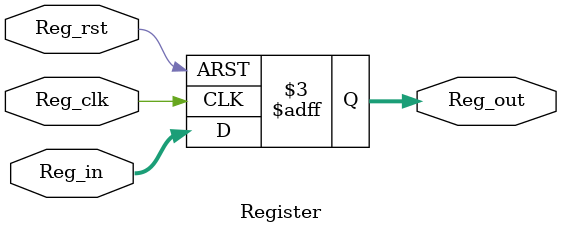
<source format=v>
module Register (
    output reg   [31:0]   Reg_out,

    input  wire  [31:0]   Reg_in,
    input  wire           Reg_clk,
    input  wire           Reg_rst
);

always @ (posedge Reg_clk or negedge Reg_rst)
begin 
    if (!Reg_rst)
        Reg_out <= 16'b0;
        
    else
        Reg_out <= Reg_in;
end

endmodule
</source>
